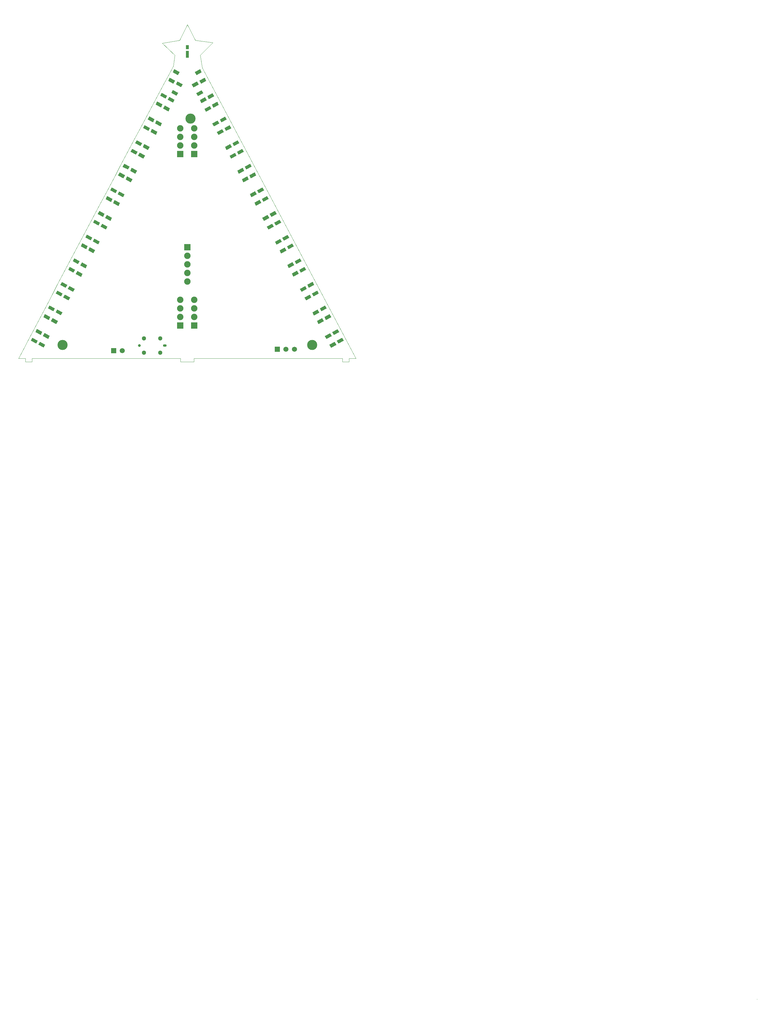
<source format=gbs>
%TF.GenerationSoftware,KiCad,Pcbnew,(5.1.6-0-10_14)*%
%TF.CreationDate,2020-10-09T22:40:52+02:00*%
%TF.ProjectId,nowae029,6e6f7761-6530-4323-992e-6b696361645f,0*%
%TF.SameCoordinates,Original*%
%TF.FileFunction,Soldermask,Bot*%
%TF.FilePolarity,Negative*%
%FSLAX46Y46*%
G04 Gerber Fmt 4.6, Leading zero omitted, Abs format (unit mm)*
G04 Created by KiCad (PCBNEW (5.1.6-0-10_14)) date 2020-10-09 22:40:52*
%MOMM*%
%LPD*%
G01*
G04 APERTURE LIST*
%TA.AperFunction,Profile*%
%ADD10C,0.050000*%
%TD*%
%TA.AperFunction,Profile*%
%ADD11C,0.200000*%
%TD*%
%ADD12C,3.000000*%
%ADD13C,0.100000*%
%ADD14C,1.300000*%
%ADD15C,0.800000*%
%ADD16O,1.100000X0.700000*%
%ADD17C,1.900000*%
%ADD18R,1.900000X1.900000*%
%ADD19C,1.500000*%
%ADD20R,1.500000X1.500000*%
%ADD21R,0.900000X2.100000*%
%ADD22R,0.900000X1.300000*%
G04 APERTURE END LIST*
D10*
X95849877Y-42393418D02*
X96326817Y-39221785D01*
X107560690Y-35486081D02*
X103832837Y-39170169D01*
X102368975Y-34768100D02*
X107560690Y-35486081D01*
X96326817Y-39221785D02*
X92548651Y-35589313D01*
X92548651Y-35589313D02*
X97730000Y-34800000D01*
X95849877Y-42393418D02*
X94417635Y-45086053D01*
X94417635Y-45086053D02*
X92985389Y-47778769D01*
X92985389Y-47778769D02*
X91553138Y-50471647D01*
X91553138Y-50471647D02*
X90120876Y-53164768D01*
X90120876Y-53164768D02*
X88688601Y-55858214D01*
X88688601Y-55858214D02*
X87256309Y-58552065D01*
X87256309Y-58552065D02*
X85823997Y-61246402D01*
X85823997Y-61246402D02*
X84391662Y-63941307D01*
X84391662Y-63941307D02*
X82959301Y-66636860D01*
X82959301Y-66636860D02*
X81526909Y-69333143D01*
X81526909Y-69333143D02*
X80094484Y-72030236D01*
X80094484Y-72030236D02*
X78662023Y-74728221D01*
X78662023Y-74728221D02*
X77229522Y-77427179D01*
X77229522Y-77427179D02*
X75796977Y-80127190D01*
X75796977Y-80127190D02*
X74364387Y-82828336D01*
X74364387Y-82828336D02*
X72931746Y-85530699D01*
X72931746Y-85530699D02*
X71499052Y-88234358D01*
X71499052Y-88234358D02*
X70066301Y-90939395D01*
X70066301Y-90939395D02*
X68633491Y-93645891D01*
X68633491Y-93645891D02*
X67200617Y-96353928D01*
X67200617Y-96353928D02*
X65767678Y-99063585D01*
X65767678Y-99063585D02*
X64334668Y-101774945D01*
X64334668Y-101774945D02*
X62901585Y-104488088D01*
X62901585Y-104488088D02*
X61468426Y-107203095D01*
X61468426Y-107203095D02*
X60035186Y-109920048D01*
X60035186Y-109920048D02*
X58601864Y-112639028D01*
X58601864Y-112639028D02*
X57168456Y-115360115D01*
X57168456Y-115360115D02*
X55734957Y-118083390D01*
X55734957Y-118083390D02*
X54301366Y-120808935D01*
X54301366Y-120808935D02*
X52867678Y-123536831D01*
X52867678Y-123536831D02*
X51433890Y-126267159D01*
X51433890Y-126267159D02*
X50000000Y-129000000D01*
X103832837Y-39170169D02*
X104449243Y-42890699D01*
X100017169Y-30084255D02*
X102368975Y-34768100D01*
X104449243Y-42890699D02*
X150000000Y-129000000D01*
X97730000Y-34800000D02*
X100017169Y-30084255D01*
X148000000Y-129000000D02*
X150000000Y-129000000D01*
X148000000Y-130000000D02*
X148000000Y-129000000D01*
X146000000Y-130000000D02*
X148000000Y-130000000D01*
X146000000Y-129000000D02*
X146000000Y-130000000D01*
X102000000Y-129000000D02*
X146000000Y-129000000D01*
X102000000Y-130000000D02*
X102000000Y-129000000D01*
X98000000Y-130000000D02*
X102000000Y-130000000D01*
X98000000Y-129000000D02*
X98000000Y-130000000D01*
X54000000Y-129000000D02*
X98000000Y-129000000D01*
X54000000Y-130000000D02*
X54000000Y-129000000D01*
X52000000Y-130000000D02*
X54000000Y-130000000D01*
X52000000Y-129000000D02*
X52000000Y-130000000D01*
X50000000Y-129000000D02*
X52000000Y-129000000D01*
D11*
X268944859Y-318881889D02*
X268944859Y-318881889D01*
D12*
%TO.C,VAL\u002A\u002A*%
X101000000Y-58000000D03*
%TD*%
%TO.C,VAL\u002A\u002A*%
X137000000Y-125000000D03*
%TD*%
%TO.C,VAL\u002A\u002A*%
X63000000Y-125000000D03*
%TD*%
D13*
%TO.C,R616*%
G36*
X71099349Y-96096276D02*
G01*
X72688655Y-96941325D01*
X72219183Y-97824272D01*
X70629877Y-96979223D01*
X71099349Y-96096276D01*
G37*
G36*
X72460817Y-93535728D02*
G01*
X74050123Y-94380777D01*
X73580651Y-95263724D01*
X71991345Y-94418675D01*
X72460817Y-93535728D01*
G37*
%TD*%
%TO.C,R620*%
G36*
X63709349Y-110126276D02*
G01*
X65298655Y-110971325D01*
X64829183Y-111854272D01*
X63239877Y-111009223D01*
X63709349Y-110126276D01*
G37*
G36*
X65070817Y-107565728D02*
G01*
X66660123Y-108410777D01*
X66190651Y-109293724D01*
X64601345Y-108448675D01*
X65070817Y-107565728D01*
G37*
%TD*%
%TO.C,DL620*%
G36*
X62850817Y-106375728D02*
G01*
X64440123Y-107220777D01*
X63970651Y-108103724D01*
X62381345Y-107258675D01*
X62850817Y-106375728D01*
G37*
G36*
X61489349Y-108936276D02*
G01*
X63078655Y-109781325D01*
X62609183Y-110664272D01*
X61019877Y-109819223D01*
X61489349Y-108936276D01*
G37*
%TD*%
%TO.C,DL302*%
G36*
X102239877Y-44200777D02*
G01*
X103829183Y-43355728D01*
X104298655Y-44238675D01*
X102709349Y-45083724D01*
X102239877Y-44200777D01*
G37*
G36*
X103601345Y-46761325D02*
G01*
X105190651Y-45916276D01*
X105660123Y-46799223D01*
X104070817Y-47644272D01*
X103601345Y-46761325D01*
G37*
%TD*%
%TO.C,DL304*%
G36*
X105939877Y-51300777D02*
G01*
X107529183Y-50455728D01*
X107998655Y-51338675D01*
X106409349Y-52183724D01*
X105939877Y-51300777D01*
G37*
G36*
X107301345Y-53861325D02*
G01*
X108890651Y-53016276D01*
X109360123Y-53899223D01*
X107770817Y-54744272D01*
X107301345Y-53861325D01*
G37*
%TD*%
%TO.C,DL306*%
G36*
X109659143Y-58220503D02*
G01*
X111248449Y-57375454D01*
X111717921Y-58258401D01*
X110128615Y-59103450D01*
X109659143Y-58220503D01*
G37*
G36*
X111020611Y-60781051D02*
G01*
X112609917Y-59936002D01*
X113079389Y-60818949D01*
X111490083Y-61663998D01*
X111020611Y-60781051D01*
G37*
%TD*%
%TO.C,DL308*%
G36*
X113384140Y-65225777D02*
G01*
X114973446Y-64380728D01*
X115442918Y-65263675D01*
X113853612Y-66108724D01*
X113384140Y-65225777D01*
G37*
G36*
X114745608Y-67786325D02*
G01*
X116334914Y-66941276D01*
X116804386Y-67824223D01*
X115215080Y-68669272D01*
X114745608Y-67786325D01*
G37*
%TD*%
%TO.C,DL310*%
G36*
X117039877Y-72200777D02*
G01*
X118629183Y-71355728D01*
X119098655Y-72238675D01*
X117509349Y-73083724D01*
X117039877Y-72200777D01*
G37*
G36*
X118401345Y-74761325D02*
G01*
X119990651Y-73916276D01*
X120460123Y-74799223D01*
X118870817Y-75644272D01*
X118401345Y-74761325D01*
G37*
%TD*%
%TO.C,DL312*%
G36*
X120739877Y-79200777D02*
G01*
X122329183Y-78355728D01*
X122798655Y-79238675D01*
X121209349Y-80083724D01*
X120739877Y-79200777D01*
G37*
G36*
X122101345Y-81761325D02*
G01*
X123690651Y-80916276D01*
X124160123Y-81799223D01*
X122570817Y-82644272D01*
X122101345Y-81761325D01*
G37*
%TD*%
%TO.C,DL314*%
G36*
X124439877Y-86200777D02*
G01*
X126029183Y-85355728D01*
X126498655Y-86238675D01*
X124909349Y-87083724D01*
X124439877Y-86200777D01*
G37*
G36*
X125801345Y-88761325D02*
G01*
X127390651Y-87916276D01*
X127860123Y-88799223D01*
X126270817Y-89644272D01*
X125801345Y-88761325D01*
G37*
%TD*%
%TO.C,DL316*%
G36*
X128189877Y-93250777D02*
G01*
X129779183Y-92405728D01*
X130248655Y-93288675D01*
X128659349Y-94133724D01*
X128189877Y-93250777D01*
G37*
G36*
X129551345Y-95811325D02*
G01*
X131140651Y-94966276D01*
X131610123Y-95849223D01*
X130020817Y-96694272D01*
X129551345Y-95811325D01*
G37*
%TD*%
%TO.C,DL318*%
G36*
X131839877Y-100200777D02*
G01*
X133429183Y-99355728D01*
X133898655Y-100238675D01*
X132309349Y-101083724D01*
X131839877Y-100200777D01*
G37*
G36*
X133201345Y-102761325D02*
G01*
X134790651Y-101916276D01*
X135260123Y-102799223D01*
X133670817Y-103644272D01*
X133201345Y-102761325D01*
G37*
%TD*%
%TO.C,DL320*%
G36*
X135589877Y-107200777D02*
G01*
X137179183Y-106355728D01*
X137648655Y-107238675D01*
X136059349Y-108083724D01*
X135589877Y-107200777D01*
G37*
G36*
X136951345Y-109761325D02*
G01*
X138540651Y-108916276D01*
X139010123Y-109799223D01*
X137420817Y-110644272D01*
X136951345Y-109761325D01*
G37*
%TD*%
%TO.C,DL322*%
G36*
X139289877Y-114200777D02*
G01*
X140879183Y-113355728D01*
X141348655Y-114238675D01*
X139759349Y-115083724D01*
X139289877Y-114200777D01*
G37*
G36*
X140651345Y-116761325D02*
G01*
X142240651Y-115916276D01*
X142710123Y-116799223D01*
X141120817Y-117644272D01*
X140651345Y-116761325D01*
G37*
%TD*%
%TO.C,DL324*%
G36*
X142989877Y-121200777D02*
G01*
X144579183Y-120355728D01*
X145048655Y-121238675D01*
X143459349Y-122083724D01*
X142989877Y-121200777D01*
G37*
G36*
X144351345Y-123761325D02*
G01*
X145940651Y-122916276D01*
X146410123Y-123799223D01*
X144820817Y-124644272D01*
X144351345Y-123761325D01*
G37*
%TD*%
%TO.C,DL602*%
G36*
X96161551Y-43345454D02*
G01*
X97750857Y-44190503D01*
X97281385Y-45073450D01*
X95692079Y-44228401D01*
X96161551Y-43345454D01*
G37*
G36*
X94800083Y-45906002D02*
G01*
X96389389Y-46751051D01*
X95919917Y-47633998D01*
X94330611Y-46788949D01*
X94800083Y-45906002D01*
G37*
%TD*%
%TO.C,DL604*%
G36*
X92460817Y-50365728D02*
G01*
X94050123Y-51210777D01*
X93580651Y-52093724D01*
X91991345Y-51248675D01*
X92460817Y-50365728D01*
G37*
G36*
X91099349Y-52926276D02*
G01*
X92688655Y-53771325D01*
X92219183Y-54654272D01*
X90629877Y-53809223D01*
X91099349Y-52926276D01*
G37*
%TD*%
%TO.C,DL606*%
G36*
X88741551Y-57335454D02*
G01*
X90330857Y-58180503D01*
X89861385Y-59063450D01*
X88272079Y-58218401D01*
X88741551Y-57335454D01*
G37*
G36*
X87380083Y-59896002D02*
G01*
X88969389Y-60741051D01*
X88499917Y-61623998D01*
X86910611Y-60778949D01*
X87380083Y-59896002D01*
G37*
%TD*%
%TO.C,DL608*%
G36*
X85050817Y-64385728D02*
G01*
X86640123Y-65230777D01*
X86170651Y-66113724D01*
X84581345Y-65268675D01*
X85050817Y-64385728D01*
G37*
G36*
X83689349Y-66946276D02*
G01*
X85278655Y-67791325D01*
X84809183Y-68674272D01*
X83219877Y-67829223D01*
X83689349Y-66946276D01*
G37*
%TD*%
%TO.C,DL610*%
G36*
X81320817Y-71365728D02*
G01*
X82910123Y-72210777D01*
X82440651Y-73093724D01*
X80851345Y-72248675D01*
X81320817Y-71365728D01*
G37*
G36*
X79959349Y-73926276D02*
G01*
X81548655Y-74771325D01*
X81079183Y-75654272D01*
X79489877Y-74809223D01*
X79959349Y-73926276D01*
G37*
%TD*%
%TO.C,DL612*%
G36*
X77640817Y-78385728D02*
G01*
X79230123Y-79230777D01*
X78760651Y-80113724D01*
X77171345Y-79268675D01*
X77640817Y-78385728D01*
G37*
G36*
X76279349Y-80946276D02*
G01*
X77868655Y-81791325D01*
X77399183Y-82674272D01*
X75809877Y-81829223D01*
X76279349Y-80946276D01*
G37*
%TD*%
%TO.C,DL614*%
G36*
X73920817Y-85365728D02*
G01*
X75510123Y-86210777D01*
X75040651Y-87093724D01*
X73451345Y-86248675D01*
X73920817Y-85365728D01*
G37*
G36*
X72559349Y-87926276D02*
G01*
X74148655Y-88771325D01*
X73679183Y-89654272D01*
X72089877Y-88809223D01*
X72559349Y-87926276D01*
G37*
%TD*%
%TO.C,DL616*%
G36*
X70270817Y-92355728D02*
G01*
X71860123Y-93200777D01*
X71390651Y-94083724D01*
X69801345Y-93238675D01*
X70270817Y-92355728D01*
G37*
G36*
X68909349Y-94916276D02*
G01*
X70498655Y-95761325D01*
X70029183Y-96644272D01*
X68439877Y-95799223D01*
X68909349Y-94916276D01*
G37*
%TD*%
%TO.C,DL618*%
G36*
X66530817Y-99365728D02*
G01*
X68120123Y-100210777D01*
X67650651Y-101093724D01*
X66061345Y-100248675D01*
X66530817Y-99365728D01*
G37*
G36*
X65169349Y-101926276D02*
G01*
X66758655Y-102771325D01*
X66289183Y-103654272D01*
X64699877Y-102809223D01*
X65169349Y-101926276D01*
G37*
%TD*%
%TO.C,DL622*%
G36*
X59186554Y-113350728D02*
G01*
X60775860Y-114195777D01*
X60306388Y-115078724D01*
X58717082Y-114233675D01*
X59186554Y-113350728D01*
G37*
G36*
X57825086Y-115911276D02*
G01*
X59414392Y-116756325D01*
X58944920Y-117639272D01*
X57355614Y-116794223D01*
X57825086Y-115911276D01*
G37*
%TD*%
%TO.C,DL624*%
G36*
X55460817Y-120335728D02*
G01*
X57050123Y-121180777D01*
X56580651Y-122063724D01*
X54991345Y-121218675D01*
X55460817Y-120335728D01*
G37*
G36*
X54099349Y-122896276D02*
G01*
X55688655Y-123741325D01*
X55219183Y-124624272D01*
X53629877Y-123779223D01*
X54099349Y-122896276D01*
G37*
%TD*%
D14*
%TO.C,P501*%
X87200000Y-123050000D03*
X87200000Y-127350000D03*
X92000000Y-127350000D03*
X92000000Y-123050000D03*
D15*
X85850000Y-125200000D03*
D16*
X93350000Y-125200000D03*
%TD*%
D13*
%TO.C,R302*%
G36*
X102701345Y-50411325D02*
G01*
X104290651Y-49566276D01*
X104760123Y-50449223D01*
X103170817Y-51294272D01*
X102701345Y-50411325D01*
G37*
G36*
X101339877Y-47850777D02*
G01*
X102929183Y-47005728D01*
X103398655Y-47888675D01*
X101809349Y-48733724D01*
X101339877Y-47850777D01*
G37*
%TD*%
%TO.C,R304*%
G36*
X105101345Y-55061325D02*
G01*
X106690651Y-54216276D01*
X107160123Y-55099223D01*
X105570817Y-55944272D01*
X105101345Y-55061325D01*
G37*
G36*
X103739877Y-52500777D02*
G01*
X105329183Y-51655728D01*
X105798655Y-52538675D01*
X104209349Y-53383724D01*
X103739877Y-52500777D01*
G37*
%TD*%
%TO.C,R306*%
G36*
X108801345Y-61961325D02*
G01*
X110390651Y-61116276D01*
X110860123Y-61999223D01*
X109270817Y-62844272D01*
X108801345Y-61961325D01*
G37*
G36*
X107439877Y-59400777D02*
G01*
X109029183Y-58555728D01*
X109498655Y-59438675D01*
X107909349Y-60283724D01*
X107439877Y-59400777D01*
G37*
%TD*%
%TO.C,R308*%
G36*
X112551345Y-68961325D02*
G01*
X114140651Y-68116276D01*
X114610123Y-68999223D01*
X113020817Y-69844272D01*
X112551345Y-68961325D01*
G37*
G36*
X111189877Y-66400777D02*
G01*
X112779183Y-65555728D01*
X113248655Y-66438675D01*
X111659349Y-67283724D01*
X111189877Y-66400777D01*
G37*
%TD*%
%TO.C,R310*%
G36*
X116201345Y-75961325D02*
G01*
X117790651Y-75116276D01*
X118260123Y-75999223D01*
X116670817Y-76844272D01*
X116201345Y-75961325D01*
G37*
G36*
X114839877Y-73400777D02*
G01*
X116429183Y-72555728D01*
X116898655Y-73438675D01*
X115309349Y-74283724D01*
X114839877Y-73400777D01*
G37*
%TD*%
%TO.C,R312*%
G36*
X119901345Y-82911325D02*
G01*
X121490651Y-82066276D01*
X121960123Y-82949223D01*
X120370817Y-83794272D01*
X119901345Y-82911325D01*
G37*
G36*
X118539877Y-80350777D02*
G01*
X120129183Y-79505728D01*
X120598655Y-80388675D01*
X119009349Y-81233724D01*
X118539877Y-80350777D01*
G37*
%TD*%
%TO.C,R314*%
G36*
X123601345Y-89961325D02*
G01*
X125190651Y-89116276D01*
X125660123Y-89999223D01*
X124070817Y-90844272D01*
X123601345Y-89961325D01*
G37*
G36*
X122239877Y-87400777D02*
G01*
X123829183Y-86555728D01*
X124298655Y-87438675D01*
X122709349Y-88283724D01*
X122239877Y-87400777D01*
G37*
%TD*%
%TO.C,R316*%
G36*
X127357082Y-97036325D02*
G01*
X128946388Y-96191276D01*
X129415860Y-97074223D01*
X127826554Y-97919272D01*
X127357082Y-97036325D01*
G37*
G36*
X125995614Y-94475777D02*
G01*
X127584920Y-93630728D01*
X128054392Y-94513675D01*
X126465086Y-95358724D01*
X125995614Y-94475777D01*
G37*
%TD*%
%TO.C,R318*%
G36*
X131001345Y-103911325D02*
G01*
X132590651Y-103066276D01*
X133060123Y-103949223D01*
X131470817Y-104794272D01*
X131001345Y-103911325D01*
G37*
G36*
X129639877Y-101350777D02*
G01*
X131229183Y-100505728D01*
X131698655Y-101388675D01*
X130109349Y-102233724D01*
X129639877Y-101350777D01*
G37*
%TD*%
%TO.C,R320*%
G36*
X134757082Y-110986325D02*
G01*
X136346388Y-110141276D01*
X136815860Y-111024223D01*
X135226554Y-111869272D01*
X134757082Y-110986325D01*
G37*
G36*
X133395614Y-108425777D02*
G01*
X134984920Y-107580728D01*
X135454392Y-108463675D01*
X133865086Y-109308724D01*
X133395614Y-108425777D01*
G37*
%TD*%
%TO.C,R322*%
G36*
X138451345Y-117961325D02*
G01*
X140040651Y-117116276D01*
X140510123Y-117999223D01*
X138920817Y-118844272D01*
X138451345Y-117961325D01*
G37*
G36*
X137089877Y-115400777D02*
G01*
X138679183Y-114555728D01*
X139148655Y-115438675D01*
X137559349Y-116283724D01*
X137089877Y-115400777D01*
G37*
%TD*%
%TO.C,R324*%
G36*
X142151345Y-124961325D02*
G01*
X143740651Y-124116276D01*
X144210123Y-124999223D01*
X142620817Y-125844272D01*
X142151345Y-124961325D01*
G37*
G36*
X140789877Y-122400777D02*
G01*
X142379183Y-121555728D01*
X142848655Y-122438675D01*
X141259349Y-123283724D01*
X140789877Y-122400777D01*
G37*
%TD*%
%TO.C,R602*%
G36*
X95730083Y-49506002D02*
G01*
X97319389Y-50351051D01*
X96849917Y-51233998D01*
X95260611Y-50388949D01*
X95730083Y-49506002D01*
G37*
G36*
X97091551Y-46945454D02*
G01*
X98680857Y-47790503D01*
X98211385Y-48673450D01*
X96622079Y-47828401D01*
X97091551Y-46945454D01*
G37*
%TD*%
%TO.C,R604*%
G36*
X93319349Y-54106276D02*
G01*
X94908655Y-54951325D01*
X94439183Y-55834272D01*
X92849877Y-54989223D01*
X93319349Y-54106276D01*
G37*
G36*
X94680817Y-51545728D02*
G01*
X96270123Y-52390777D01*
X95800651Y-53273724D01*
X94211345Y-52428675D01*
X94680817Y-51545728D01*
G37*
%TD*%
%TO.C,R606*%
G36*
X89569349Y-61066276D02*
G01*
X91158655Y-61911325D01*
X90689183Y-62794272D01*
X89099877Y-61949223D01*
X89569349Y-61066276D01*
G37*
G36*
X90930817Y-58505728D02*
G01*
X92520123Y-59350777D01*
X92050651Y-60233724D01*
X90461345Y-59388675D01*
X90930817Y-58505728D01*
G37*
%TD*%
%TO.C,R608*%
G36*
X85899349Y-68096276D02*
G01*
X87488655Y-68941325D01*
X87019183Y-69824272D01*
X85429877Y-68979223D01*
X85899349Y-68096276D01*
G37*
G36*
X87260817Y-65535728D02*
G01*
X88850123Y-66380777D01*
X88380651Y-67263724D01*
X86791345Y-66418675D01*
X87260817Y-65535728D01*
G37*
%TD*%
%TO.C,R610*%
G36*
X82189349Y-75126276D02*
G01*
X83778655Y-75971325D01*
X83309183Y-76854272D01*
X81719877Y-76009223D01*
X82189349Y-75126276D01*
G37*
G36*
X83550817Y-72565728D02*
G01*
X85140123Y-73410777D01*
X84670651Y-74293724D01*
X83081345Y-73448675D01*
X83550817Y-72565728D01*
G37*
%TD*%
%TO.C,R612*%
G36*
X78473612Y-82131276D02*
G01*
X80062918Y-82976325D01*
X79593446Y-83859272D01*
X78004140Y-83014223D01*
X78473612Y-82131276D01*
G37*
G36*
X79835080Y-79570728D02*
G01*
X81424386Y-80415777D01*
X80954914Y-81298724D01*
X79365608Y-80453675D01*
X79835080Y-79570728D01*
G37*
%TD*%
%TO.C,R614*%
G36*
X74769349Y-89106276D02*
G01*
X76358655Y-89951325D01*
X75889183Y-90834272D01*
X74299877Y-89989223D01*
X74769349Y-89106276D01*
G37*
G36*
X76130817Y-86545728D02*
G01*
X77720123Y-87390777D01*
X77250651Y-88273724D01*
X75661345Y-87428675D01*
X76130817Y-86545728D01*
G37*
%TD*%
%TO.C,R618*%
G36*
X67409349Y-103146276D02*
G01*
X68998655Y-103991325D01*
X68529183Y-104874272D01*
X66939877Y-104029223D01*
X67409349Y-103146276D01*
G37*
G36*
X68770817Y-100585728D02*
G01*
X70360123Y-101430777D01*
X69890651Y-102313724D01*
X68301345Y-101468675D01*
X68770817Y-100585728D01*
G37*
%TD*%
%TO.C,R622*%
G36*
X60079349Y-117096276D02*
G01*
X61668655Y-117941325D01*
X61199183Y-118824272D01*
X59609877Y-117979223D01*
X60079349Y-117096276D01*
G37*
G36*
X61440817Y-114535728D02*
G01*
X63030123Y-115380777D01*
X62560651Y-116263724D01*
X60971345Y-115418675D01*
X61440817Y-114535728D01*
G37*
%TD*%
%TO.C,R624*%
G36*
X56319349Y-124076276D02*
G01*
X57908655Y-124921325D01*
X57439183Y-125804272D01*
X55849877Y-124959223D01*
X56319349Y-124076276D01*
G37*
G36*
X57680817Y-121515728D02*
G01*
X59270123Y-122360777D01*
X58800651Y-123243724D01*
X57211345Y-122398675D01*
X57680817Y-121515728D01*
G37*
%TD*%
D17*
%TO.C,P101*%
X97900000Y-65970000D03*
X97900000Y-63430000D03*
D18*
X97900000Y-68510000D03*
D17*
X97900000Y-60890000D03*
%TD*%
%TO.C,P102*%
X102100000Y-116770000D03*
X102100000Y-114230000D03*
D18*
X102100000Y-119310000D03*
D17*
X102100000Y-111690000D03*
%TD*%
%TO.C,P103*%
X102100000Y-60890000D03*
D18*
X102100000Y-68510000D03*
D17*
X102100000Y-63430000D03*
X102100000Y-65970000D03*
%TD*%
%TO.C,P104*%
X97900000Y-111690000D03*
D18*
X97900000Y-119310000D03*
D17*
X97900000Y-114230000D03*
X97900000Y-116770000D03*
%TD*%
D19*
%TO.C,P401*%
X80770000Y-126700000D03*
D20*
X78230000Y-126700000D03*
%TD*%
D17*
%TO.C,P201*%
X100000000Y-98660000D03*
X100000000Y-101200000D03*
D18*
X100000000Y-96120000D03*
D17*
X100000000Y-103740000D03*
X100000000Y-106280000D03*
%TD*%
D21*
%TO.C,DL702*%
X100020000Y-38970000D03*
D22*
X100020000Y-36820000D03*
%TD*%
D19*
%TO.C,P502*%
X129248000Y-126266000D03*
D20*
X126708000Y-126266000D03*
D19*
X131788000Y-126266000D03*
%TD*%
M02*

</source>
